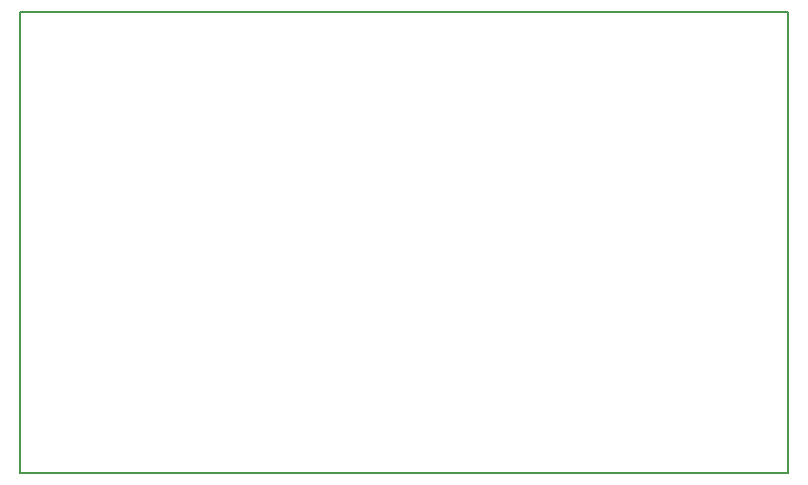
<source format=gbr>
G04 #@! TF.FileFunction,Profile,NP*
%FSLAX46Y46*%
G04 Gerber Fmt 4.6, Leading zero omitted, Abs format (unit mm)*
G04 Created by KiCad (PCBNEW 4.0.7) date Sunday 08 October 2017 21:23:55*
%MOMM*%
%LPD*%
G01*
G04 APERTURE LIST*
%ADD10C,0.100000*%
%ADD11C,0.150000*%
G04 APERTURE END LIST*
D10*
D11*
X99000000Y-97000000D02*
X99000000Y-58000000D01*
X164000000Y-97000000D02*
X99000000Y-97000000D01*
X164000000Y-58000000D02*
X164000000Y-97000000D01*
X99000000Y-58000000D02*
X164000000Y-58000000D01*
M02*

</source>
